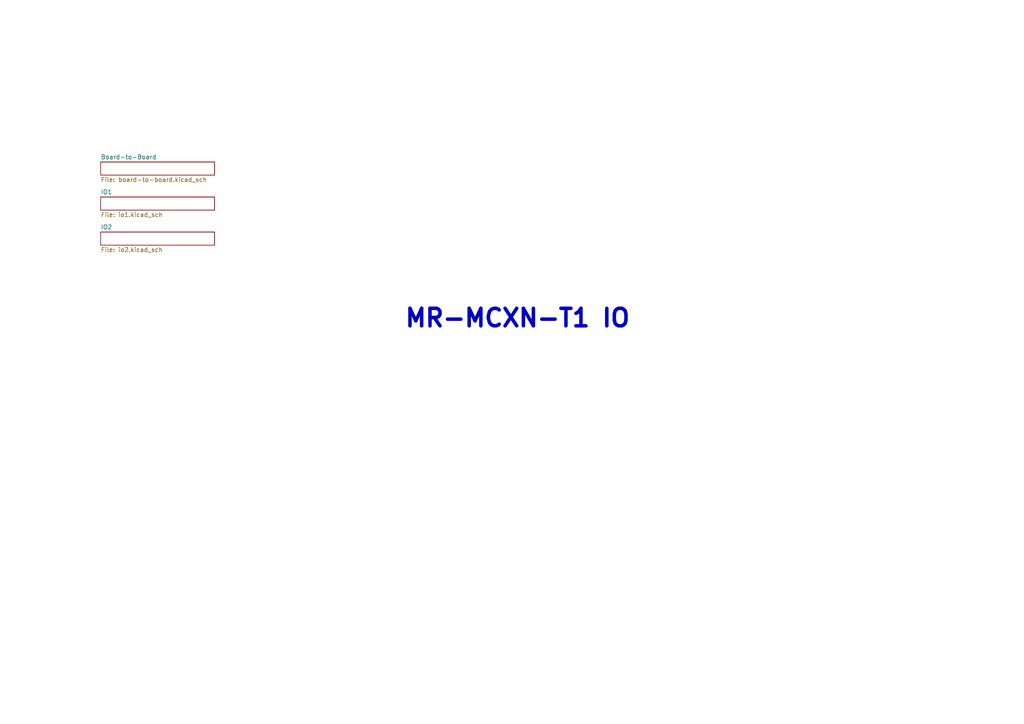
<source format=kicad_sch>
(kicad_sch
	(version 20250114)
	(generator "eeschema")
	(generator_version "9.0")
	(uuid "04285d74-eeba-483c-9378-52bd287e15a2")
	(paper "A4")
	(title_block
		(title "MR-MCXN-T1-IO")
		(date "2025-10-13")
		(rev "X0")
		(company "NXP SEMICONDUCTORS B.V.")
		(comment 3 "DESIGNER: YOURI TILS")
		(comment 4 "CTO SYSTEM INNOVATIONS / MOBILE ROBOTICS DOMAIN")
	)
	(lib_symbols)
	(text "MR-MCXN-T1 IO"
		(exclude_from_sim no)
		(at 150.114 92.456 0)
		(effects
			(font
				(size 5.08 5.08)
				(thickness 1.016)
				(bold yes)
			)
		)
		(uuid "efc3dc01-334a-4e73-83f5-a10926ac194b")
	)
	(sheet
		(at 29.21 57.15)
		(size 33.02 3.81)
		(exclude_from_sim no)
		(in_bom yes)
		(on_board yes)
		(dnp no)
		(fields_autoplaced yes)
		(stroke
			(width 0.1524)
			(type solid)
		)
		(fill
			(color 0 0 0 0.0000)
		)
		(uuid "3c5f83e0-e92e-42ae-8f83-967e4a3fe88f")
		(property "Sheetname" "IO1"
			(at 29.21 56.4384 0)
			(effects
				(font
					(size 1.27 1.27)
				)
				(justify left bottom)
			)
		)
		(property "Sheetfile" "io1.kicad_sch"
			(at 29.21 61.5446 0)
			(effects
				(font
					(size 1.27 1.27)
				)
				(justify left top)
			)
		)
		(instances
			(project "spinali_mcxn_t1_io"
				(path "/04285d74-eeba-483c-9378-52bd287e15a2"
					(page "3")
				)
			)
		)
	)
	(sheet
		(at 29.21 67.31)
		(size 33.02 3.81)
		(exclude_from_sim no)
		(in_bom yes)
		(on_board yes)
		(dnp no)
		(fields_autoplaced yes)
		(stroke
			(width 0.1524)
			(type solid)
		)
		(fill
			(color 0 0 0 0.0000)
		)
		(uuid "9be56f45-5afd-411f-a1bb-7adb647427b1")
		(property "Sheetname" "IO2"
			(at 29.21 66.5984 0)
			(effects
				(font
					(size 1.27 1.27)
				)
				(justify left bottom)
			)
		)
		(property "Sheetfile" "io2.kicad_sch"
			(at 29.21 71.7046 0)
			(effects
				(font
					(size 1.27 1.27)
				)
				(justify left top)
			)
		)
		(instances
			(project "spinali_mcxn_t1_io"
				(path "/04285d74-eeba-483c-9378-52bd287e15a2"
					(page "4")
				)
			)
		)
	)
	(sheet
		(at 29.21 46.99)
		(size 33.02 3.81)
		(exclude_from_sim no)
		(in_bom yes)
		(on_board yes)
		(dnp no)
		(fields_autoplaced yes)
		(stroke
			(width 0.1524)
			(type solid)
		)
		(fill
			(color 0 0 0 0.0000)
		)
		(uuid "ccc0d483-c16f-4a48-802e-c15323fec247")
		(property "Sheetname" "Board-to-Board"
			(at 29.21 46.2784 0)
			(effects
				(font
					(size 1.27 1.27)
				)
				(justify left bottom)
			)
		)
		(property "Sheetfile" "board-to-board.kicad_sch"
			(at 29.21 51.3846 0)
			(effects
				(font
					(size 1.27 1.27)
				)
				(justify left top)
			)
		)
		(instances
			(project "spinali_mcxn_t1_io"
				(path "/04285d74-eeba-483c-9378-52bd287e15a2"
					(page "2")
				)
			)
		)
	)
	(sheet_instances
		(path "/"
			(page "1")
		)
	)
	(embedded_fonts no)
)

</source>
